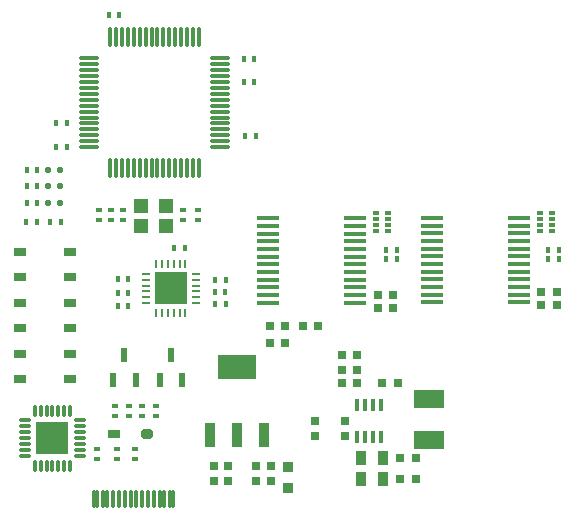
<source format=gtp>
G04*
G04 #@! TF.GenerationSoftware,Altium Limited,Altium Designer,21.5.1 (32)*
G04*
G04 Layer_Color=8421504*
%FSLAX25Y25*%
%MOIN*%
G70*
G04*
G04 #@! TF.SameCoordinates,F71DC00D-139D-4494-AD50-9C341566DFA8*
G04*
G04*
G04 #@! TF.FilePolarity,Positive*
G04*
G01*
G75*
G04:AMPARAMS|DCode=20|XSize=12mil|YSize=38mil|CornerRadius=3mil|HoleSize=0mil|Usage=FLASHONLY|Rotation=0.000|XOffset=0mil|YOffset=0mil|HoleType=Round|Shape=RoundedRectangle|*
%AMROUNDEDRECTD20*
21,1,0.01200,0.03200,0,0,0.0*
21,1,0.00600,0.03800,0,0,0.0*
1,1,0.00600,0.00300,-0.01600*
1,1,0.00600,-0.00300,-0.01600*
1,1,0.00600,-0.00300,0.01600*
1,1,0.00600,0.00300,0.01600*
%
%ADD20ROUNDEDRECTD20*%
G04:AMPARAMS|DCode=21|XSize=12mil|YSize=38mil|CornerRadius=3mil|HoleSize=0mil|Usage=FLASHONLY|Rotation=270.000|XOffset=0mil|YOffset=0mil|HoleType=Round|Shape=RoundedRectangle|*
%AMROUNDEDRECTD21*
21,1,0.01200,0.03200,0,0,270.0*
21,1,0.00600,0.03800,0,0,270.0*
1,1,0.00600,-0.01600,-0.00300*
1,1,0.00600,-0.01600,0.00300*
1,1,0.00600,0.01600,0.00300*
1,1,0.00600,0.01600,-0.00300*
%
%ADD21ROUNDEDRECTD21*%
%ADD22R,0.11024X0.10630*%
%ADD23R,0.03000X0.03000*%
%ADD24R,0.03500X0.05000*%
%ADD25R,0.03000X0.03000*%
%ADD26R,0.01700X0.03850*%
%ADD27R,0.03543X0.08268*%
%ADD28R,0.12598X0.08268*%
%ADD29R,0.02362X0.05118*%
G04:AMPARAMS|DCode=30|XSize=59.06mil|YSize=11.81mil|CornerRadius=2.95mil|HoleSize=0mil|Usage=FLASHONLY|Rotation=90.000|XOffset=0mil|YOffset=0mil|HoleType=Round|Shape=RoundedRectangle|*
%AMROUNDEDRECTD30*
21,1,0.05906,0.00591,0,0,90.0*
21,1,0.05315,0.01181,0,0,90.0*
1,1,0.00591,0.00295,0.02657*
1,1,0.00591,0.00295,-0.02657*
1,1,0.00591,-0.00295,-0.02657*
1,1,0.00591,-0.00295,0.02657*
%
%ADD30ROUNDEDRECTD30*%
%ADD31R,0.01968X0.01575*%
%ADD32R,0.03937X0.03150*%
G04:AMPARAMS|DCode=33|XSize=39.37mil|YSize=31.5mil|CornerRadius=0mil|HoleSize=0mil|Usage=FLASHONLY|Rotation=0.000|XOffset=0mil|YOffset=0mil|HoleType=Round|Shape=Octagon|*
%AMOCTAGOND33*
4,1,8,0.01968,-0.00787,0.01968,0.00787,0.01181,0.01575,-0.01181,0.01575,-0.01968,0.00787,-0.01968,-0.00787,-0.01181,-0.01575,0.01181,-0.01575,0.01968,-0.00787,0.0*
%
%ADD33OCTAGOND33*%

%ADD34R,0.03500X0.03500*%
%ADD35R,0.09843X0.05906*%
G04:AMPARAMS|DCode=36|XSize=20mil|YSize=20mil|CornerRadius=5mil|HoleSize=0mil|Usage=FLASHONLY|Rotation=90.000|XOffset=0mil|YOffset=0mil|HoleType=Round|Shape=RoundedRectangle|*
%AMROUNDEDRECTD36*
21,1,0.02000,0.01000,0,0,90.0*
21,1,0.01000,0.02000,0,0,90.0*
1,1,0.01000,0.00500,0.00500*
1,1,0.01000,0.00500,-0.00500*
1,1,0.01000,-0.00500,-0.00500*
1,1,0.01000,-0.00500,0.00500*
%
%ADD36ROUNDEDRECTD36*%
%ADD37R,0.01575X0.01968*%
%ADD38O,0.00984X0.02756*%
%ADD39O,0.02756X0.00984*%
%ADD40R,0.10630X0.11024*%
%ADD41R,0.03937X0.02756*%
%ADD42R,0.02362X0.01181*%
%ADD43R,0.02362X0.01575*%
%ADD44R,0.05118X0.04724*%
%ADD45O,0.07480X0.01575*%
%ADD46R,0.07480X0.01575*%
%ADD47O,0.07087X0.01181*%
%ADD48O,0.01181X0.07087*%
D20*
X95Y27531D02*
D03*
X2063D02*
D03*
X4032D02*
D03*
X6000D02*
D03*
X7969D02*
D03*
X9937D02*
D03*
X11906D02*
D03*
Y45831D02*
D03*
X9937D02*
D03*
X7969D02*
D03*
X6000D02*
D03*
X4032D02*
D03*
X2063D02*
D03*
X95D02*
D03*
D21*
X15150Y30776D02*
D03*
Y32744D02*
D03*
Y34713D02*
D03*
Y36681D02*
D03*
Y38650D02*
D03*
Y40618D02*
D03*
Y42587D02*
D03*
X-3150D02*
D03*
Y40618D02*
D03*
Y38650D02*
D03*
Y36681D02*
D03*
Y34713D02*
D03*
Y32744D02*
D03*
Y30776D02*
D03*
D22*
X6000Y36681D02*
D03*
D23*
X107559Y55000D02*
D03*
X102441D02*
D03*
X127059Y23000D02*
D03*
X121941D02*
D03*
X127059Y30000D02*
D03*
X121941D02*
D03*
X115941Y55000D02*
D03*
X121059D02*
D03*
X94559Y74000D02*
D03*
X89441D02*
D03*
X83559Y68500D02*
D03*
X78441D02*
D03*
X83559Y74000D02*
D03*
X78440D02*
D03*
X168941Y85500D02*
D03*
X174059D02*
D03*
X168941Y81000D02*
D03*
X174059D02*
D03*
X114441Y80000D02*
D03*
X119559D02*
D03*
X114441Y84500D02*
D03*
X119559D02*
D03*
D24*
X108760Y23000D02*
D03*
X116240D02*
D03*
X108760Y30000D02*
D03*
X116240D02*
D03*
D25*
X93500Y42559D02*
D03*
Y37441D02*
D03*
X103500Y42559D02*
D03*
Y37441D02*
D03*
X102500Y64559D02*
D03*
Y59441D02*
D03*
X107500Y64559D02*
D03*
Y59441D02*
D03*
X59900Y27421D02*
D03*
Y22303D02*
D03*
X78701D02*
D03*
Y27421D02*
D03*
X74000Y22303D02*
D03*
Y27421D02*
D03*
X64600Y22303D02*
D03*
Y27421D02*
D03*
D26*
X107661Y47875D02*
D03*
X110220D02*
D03*
X112780D02*
D03*
X115339D02*
D03*
Y37125D02*
D03*
X112780D02*
D03*
X110220D02*
D03*
X107661D02*
D03*
D27*
X58445Y37870D02*
D03*
X67500D02*
D03*
X76555D02*
D03*
D28*
X67500Y60311D02*
D03*
D29*
X29984Y64429D02*
D03*
X33725Y56161D02*
D03*
X26244D02*
D03*
X41744D02*
D03*
X49225D02*
D03*
X45484Y64429D02*
D03*
D30*
X19811Y16512D02*
D03*
X20992D02*
D03*
X22961D02*
D03*
X24142D02*
D03*
X26110D02*
D03*
X28079D02*
D03*
X30047D02*
D03*
X35953D02*
D03*
X37921D02*
D03*
X39890D02*
D03*
X41858D02*
D03*
X43039D02*
D03*
X45008D02*
D03*
X46189D02*
D03*
X32016D02*
D03*
X33984D02*
D03*
D31*
X27500Y29827D02*
D03*
Y33173D02*
D03*
X33500D02*
D03*
Y29827D02*
D03*
X21000Y33173D02*
D03*
Y29827D02*
D03*
X31485Y47559D02*
D03*
Y44213D02*
D03*
X35984D02*
D03*
Y47559D02*
D03*
X40485D02*
D03*
Y44213D02*
D03*
X26985Y47559D02*
D03*
Y44213D02*
D03*
X29634Y109346D02*
D03*
X29634Y112889D02*
D03*
X25500Y109417D02*
D03*
Y112764D02*
D03*
X21500Y109319D02*
D03*
X21500Y112862D02*
D03*
X49500Y112862D02*
D03*
X49500Y109319D02*
D03*
X54500Y109319D02*
D03*
X54500Y112862D02*
D03*
D32*
X26488Y38000D02*
D03*
D33*
X37512D02*
D03*
D34*
X84500Y27091D02*
D03*
Y20091D02*
D03*
D35*
X131500Y49890D02*
D03*
Y36110D02*
D03*
D36*
X4583Y126091D02*
D03*
X8583D02*
D03*
X4583Y120591D02*
D03*
X8583D02*
D03*
X4583Y115091D02*
D03*
X8583D02*
D03*
D37*
X5327Y108591D02*
D03*
X8673D02*
D03*
X-2772D02*
D03*
X771Y108590D02*
D03*
X756Y115091D02*
D03*
X-2591D02*
D03*
X756Y120591D02*
D03*
X-2591D02*
D03*
X756Y126091D02*
D03*
X-2591D02*
D03*
X50181Y100090D02*
D03*
X46638Y100091D02*
D03*
X63736Y81295D02*
D03*
X60193Y81295D02*
D03*
X60291Y85295D02*
D03*
X63637D02*
D03*
X63736Y89295D02*
D03*
X60193Y89295D02*
D03*
X27729Y80795D02*
D03*
X31075D02*
D03*
X27729Y85193D02*
D03*
X31075D02*
D03*
X31272Y89590D02*
D03*
X27729Y89591D02*
D03*
X174771Y96500D02*
D03*
X171228Y96500D02*
D03*
X171229Y99500D02*
D03*
X174772Y99500D02*
D03*
X120772D02*
D03*
X117229Y99500D02*
D03*
X120771Y96500D02*
D03*
X117228Y96500D02*
D03*
X73772Y137500D02*
D03*
X70229Y137500D02*
D03*
X73173Y155500D02*
D03*
X69827D02*
D03*
X73272Y163181D02*
D03*
X69729Y163181D02*
D03*
X28272Y177590D02*
D03*
X24729Y177591D02*
D03*
X7327Y141590D02*
D03*
X10673D02*
D03*
X7228Y133591D02*
D03*
X10771Y133590D02*
D03*
D38*
X40488Y78323D02*
D03*
X42457D02*
D03*
X44425D02*
D03*
X46394D02*
D03*
X48362D02*
D03*
X50331D02*
D03*
Y94858D02*
D03*
X48362D02*
D03*
X46394D02*
D03*
X44425D02*
D03*
X42457D02*
D03*
X40488D02*
D03*
D39*
X53677Y81669D02*
D03*
Y83638D02*
D03*
Y85606D02*
D03*
Y87575D02*
D03*
Y89543D02*
D03*
Y91512D02*
D03*
X37142D02*
D03*
Y89543D02*
D03*
Y87575D02*
D03*
Y85606D02*
D03*
Y83638D02*
D03*
Y81669D02*
D03*
D40*
X45409Y86591D02*
D03*
D41*
X11965Y56358D02*
D03*
X-4964D02*
D03*
X11965Y64823D02*
D03*
X-4964D02*
D03*
X11965Y73358D02*
D03*
X-4964D02*
D03*
X11965Y81823D02*
D03*
X-4964D02*
D03*
X11965Y90268D02*
D03*
X-4964D02*
D03*
X11965Y98732D02*
D03*
X-4964D02*
D03*
D42*
X168563Y109724D02*
D03*
Y107756D02*
D03*
X172500D02*
D03*
Y109724D02*
D03*
X117937D02*
D03*
Y107756D02*
D03*
X114000D02*
D03*
Y109724D02*
D03*
D43*
X168563Y111890D02*
D03*
Y105591D02*
D03*
X172500D02*
D03*
Y111890D02*
D03*
X117937D02*
D03*
Y105591D02*
D03*
X114000D02*
D03*
Y111890D02*
D03*
D44*
X43768Y114193D02*
D03*
X35500D02*
D03*
Y107500D02*
D03*
X43768D02*
D03*
D45*
X161567Y94720D02*
D03*
Y97280D02*
D03*
Y99839D02*
D03*
Y110075D02*
D03*
X132433Y87043D02*
D03*
Y89602D02*
D03*
Y92161D02*
D03*
Y94720D02*
D03*
Y97280D02*
D03*
Y99839D02*
D03*
Y102398D02*
D03*
Y104957D02*
D03*
Y107516D02*
D03*
Y84484D02*
D03*
Y81925D02*
D03*
X161567Y84484D02*
D03*
Y81925D02*
D03*
Y107516D02*
D03*
Y92161D02*
D03*
Y89602D02*
D03*
Y87043D02*
D03*
Y102398D02*
D03*
Y104957D02*
D03*
X107000Y94650D02*
D03*
Y97209D02*
D03*
Y99768D02*
D03*
Y110004D02*
D03*
X77866Y86972D02*
D03*
Y89531D02*
D03*
Y92091D02*
D03*
Y94650D02*
D03*
Y97209D02*
D03*
Y99768D02*
D03*
Y102327D02*
D03*
Y104886D02*
D03*
Y107445D02*
D03*
Y84413D02*
D03*
Y81854D02*
D03*
X107000Y84413D02*
D03*
Y81854D02*
D03*
Y107445D02*
D03*
Y92091D02*
D03*
Y89531D02*
D03*
Y86972D02*
D03*
Y102327D02*
D03*
Y104886D02*
D03*
D46*
X132433Y110075D02*
D03*
X77866Y110004D02*
D03*
D47*
X61850Y161295D02*
D03*
Y159327D02*
D03*
Y153421D02*
D03*
Y155390D02*
D03*
Y157358D02*
D03*
Y163264D02*
D03*
Y143579D02*
D03*
Y139642D02*
D03*
Y141610D02*
D03*
Y145547D02*
D03*
Y133736D02*
D03*
Y135705D02*
D03*
Y137673D02*
D03*
Y147516D02*
D03*
Y149484D02*
D03*
Y151453D02*
D03*
X18150Y163264D02*
D03*
Y161295D02*
D03*
Y159327D02*
D03*
Y157358D02*
D03*
Y155390D02*
D03*
Y153421D02*
D03*
Y151453D02*
D03*
Y149484D02*
D03*
Y147516D02*
D03*
Y145547D02*
D03*
Y143579D02*
D03*
Y141610D02*
D03*
Y139642D02*
D03*
Y137673D02*
D03*
Y135705D02*
D03*
Y133736D02*
D03*
D48*
X25236Y126650D02*
D03*
X27205D02*
D03*
X29173D02*
D03*
X31142D02*
D03*
X33110D02*
D03*
X35079D02*
D03*
X37047D02*
D03*
X39016D02*
D03*
X40984D02*
D03*
X42953D02*
D03*
X44921D02*
D03*
X46890D02*
D03*
X48858D02*
D03*
X50827D02*
D03*
X52795D02*
D03*
X54764D02*
D03*
Y170350D02*
D03*
X52795D02*
D03*
X50827D02*
D03*
X48858D02*
D03*
X46890D02*
D03*
X44921D02*
D03*
X42953D02*
D03*
X40984D02*
D03*
X39016D02*
D03*
X37047D02*
D03*
X35079D02*
D03*
X33110D02*
D03*
X31142D02*
D03*
X29173D02*
D03*
X27205D02*
D03*
X25236D02*
D03*
M02*

</source>
